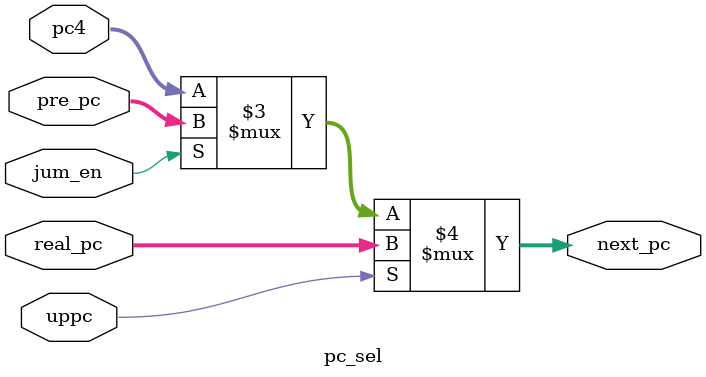
<source format=v>
`timescale 1ns / 1ps


module pc_sel(
    input uppc,
    input [19:0] real_pc,
    input jum_en,
    input [19:0] pc4,
    input [19:0] pre_pc,
    output [19:0] next_pc
    );
    
    assign next_pc = (uppc == 1'b1)? real_pc: 
                      (jum_en == 1'b1)?pre_pc: pc4;
endmodule

</source>
